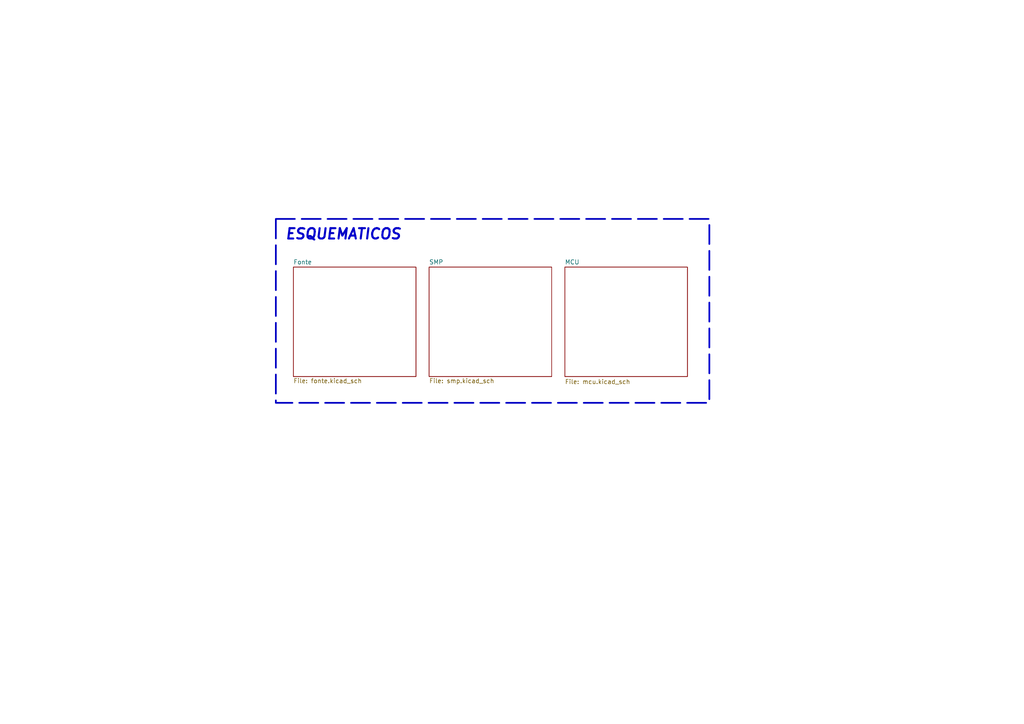
<source format=kicad_sch>
(kicad_sch
	(version 20231120)
	(generator "eeschema")
	(generator_version "8.0")
	(uuid "1f0980a4-7e41-4d36-8212-88a190bf01fd")
	(paper "A4")
	(title_block
		(title "Inversor de Bancada")
		(date "2025-02-21")
		(rev "V1")
		(company "Autor: José Fonseca")
		(comment 1 "UFPEL")
	)
	(lib_symbols)
	(rectangle
		(start 80.01 63.5)
		(end 205.74 116.84)
		(stroke
			(width 0.5)
			(type dash)
		)
		(fill
			(type none)
		)
		(uuid 7a4ce41a-a09d-4db8-b3bf-de897a9dd311)
	)
	(text "ESQUEMATICOS"
		(exclude_from_sim no)
		(at 99.568 68.072 0)
		(effects
			(font
				(size 3 3)
				(bold yes)
				(italic yes)
			)
		)
		(uuid "91daccb5-bcae-4a25-aa18-5ab00d01c2f1")
	)
	(sheet
		(at 163.83 77.47)
		(size 35.56 31.75)
		(stroke
			(width 0.1524)
			(type solid)
		)
		(fill
			(color 0 0 0 0.0000)
		)
		(uuid "2b2c5680-1210-41f2-8f09-705312d008f2")
		(property "Sheetname" "MCU"
			(at 163.83 76.7584 0)
			(effects
				(font
					(size 1.27 1.27)
				)
				(justify left bottom)
			)
		)
		(property "Sheetfile" "mcu.kicad_sch"
			(at 163.83 109.982 0)
			(effects
				(font
					(size 1.27 1.27)
				)
				(justify left top)
			)
		)
		(instances
			(project "TCC"
				(path "/1f0980a4-7e41-4d36-8212-88a190bf01fd"
					(page "3")
				)
			)
		)
	)
	(sheet
		(at 124.46 77.47)
		(size 35.56 31.75)
		(stroke
			(width 0.1524)
			(type solid)
		)
		(fill
			(color 0 0 0 0.0000)
		)
		(uuid "e65c4b6a-1a56-4798-b2ab-66d328c4aa29")
		(property "Sheetname" "SMP"
			(at 124.46 76.7584 0)
			(effects
				(font
					(size 1.27 1.27)
				)
				(justify left bottom)
			)
		)
		(property "Sheetfile" "smp.kicad_sch"
			(at 124.46 109.728 0)
			(effects
				(font
					(size 1.27 1.27)
				)
				(justify left top)
			)
		)
		(instances
			(project "TCC"
				(path "/1f0980a4-7e41-4d36-8212-88a190bf01fd"
					(page "4")
				)
			)
		)
	)
	(sheet
		(at 85.09 77.47)
		(size 35.56 31.75)
		(stroke
			(width 0.1524)
			(type solid)
		)
		(fill
			(color 0 0 0 0.0000)
		)
		(uuid "eb0310ca-9836-4760-9ad6-d721c386b02f")
		(property "Sheetname" "Fonte"
			(at 85.09 76.7584 0)
			(effects
				(font
					(size 1.27 1.27)
				)
				(justify left bottom)
			)
		)
		(property "Sheetfile" "fonte.kicad_sch"
			(at 85.09 109.728 0)
			(effects
				(font
					(size 1.27 1.27)
				)
				(justify left top)
			)
		)
		(instances
			(project "TCC"
				(path "/1f0980a4-7e41-4d36-8212-88a190bf01fd"
					(page "2")
				)
			)
		)
	)
	(sheet_instances
		(path "/"
			(page "1")
		)
	)
)
</source>
